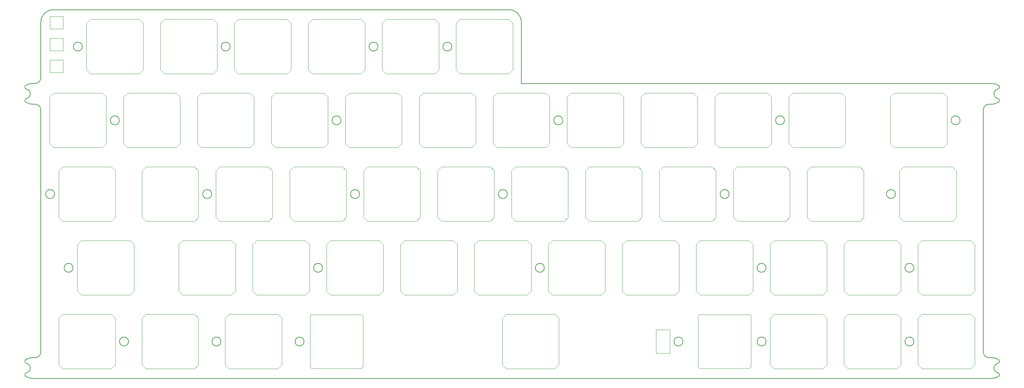
<source format=gbr>
%TF.GenerationSoftware,KiCad,Pcbnew,8.0.3*%
%TF.CreationDate,2024-08-17T23:00:18+02:00*%
%TF.ProjectId,V1 Hull 625u,56312048-756c-46c2-9036-3235752e6b69,rev?*%
%TF.SameCoordinates,Original*%
%TF.FileFunction,Profile,NP*%
%FSLAX46Y46*%
G04 Gerber Fmt 4.6, Leading zero omitted, Abs format (unit mm)*
G04 Created by KiCad (PCBNEW 8.0.3) date 2024-08-17 23:00:18*
%MOMM*%
%LPD*%
G01*
G04 APERTURE LIST*
%TA.AperFunction,Profile*%
%ADD10C,0.200000*%
%TD*%
%TA.AperFunction,Profile*%
%ADD11C,0.100000*%
%TD*%
%TA.AperFunction,Profile*%
%ADD12C,0.120000*%
%TD*%
G04 APERTURE END LIST*
D10*
X51156250Y-134937500D02*
G75*
G02*
X48856250Y-134937500I-1150000J0D01*
G01*
X48856250Y-134937500D02*
G75*
G02*
X51156250Y-134937500I1150000J0D01*
G01*
X74968750Y-134937500D02*
G75*
G02*
X72668750Y-134937500I-1150000J0D01*
G01*
X72668750Y-134937500D02*
G75*
G02*
X74968750Y-134937500I1150000J0D01*
G01*
X96400000Y-134937500D02*
G75*
G02*
X94100000Y-134937500I-1150000J0D01*
G01*
X94100000Y-134937500D02*
G75*
G02*
X96400000Y-134937500I1150000J0D01*
G01*
X194031250Y-134937500D02*
G75*
G02*
X191731250Y-134937500I-1150000J0D01*
G01*
X191731250Y-134937500D02*
G75*
G02*
X194031250Y-134937500I1150000J0D01*
G01*
X215462500Y-134937500D02*
G75*
G02*
X213162500Y-134937500I-1150000J0D01*
G01*
X213162500Y-134937500D02*
G75*
G02*
X215462500Y-134937500I1150000J0D01*
G01*
X253562500Y-134937500D02*
G75*
G02*
X251262500Y-134937500I-1150000J0D01*
G01*
X251262500Y-134937500D02*
G75*
G02*
X253562500Y-134937500I1150000J0D01*
G01*
X253562500Y-115887500D02*
G75*
G02*
X251262500Y-115887500I-1150000J0D01*
G01*
X251262500Y-115887500D02*
G75*
G02*
X253562500Y-115887500I1150000J0D01*
G01*
X215462500Y-115887500D02*
G75*
G02*
X213162500Y-115887500I-1150000J0D01*
G01*
X213162500Y-115887500D02*
G75*
G02*
X215462500Y-115887500I1150000J0D01*
G01*
X158312500Y-115887500D02*
G75*
G02*
X156012500Y-115887500I-1150000J0D01*
G01*
X156012500Y-115887500D02*
G75*
G02*
X158312500Y-115887500I1150000J0D01*
G01*
X101162500Y-115887500D02*
G75*
G02*
X98862500Y-115887500I-1150000J0D01*
G01*
X98862500Y-115887500D02*
G75*
G02*
X101162500Y-115887500I1150000J0D01*
G01*
X36868750Y-115887500D02*
G75*
G02*
X34568750Y-115887500I-1150000J0D01*
G01*
X34568750Y-115887500D02*
G75*
G02*
X36868750Y-115887500I1150000J0D01*
G01*
X32106250Y-96837500D02*
G75*
G02*
X29806250Y-96837500I-1150000J0D01*
G01*
X29806250Y-96837500D02*
G75*
G02*
X32106250Y-96837500I1150000J0D01*
G01*
X72587500Y-96837500D02*
G75*
G02*
X70287500Y-96837500I-1150000J0D01*
G01*
X70287500Y-96837500D02*
G75*
G02*
X72587500Y-96837500I1150000J0D01*
G01*
X110687500Y-96837500D02*
G75*
G02*
X108387500Y-96837500I-1150000J0D01*
G01*
X108387500Y-96837500D02*
G75*
G02*
X110687500Y-96837500I1150000J0D01*
G01*
X148787500Y-96837500D02*
G75*
G02*
X146487500Y-96837500I-1150000J0D01*
G01*
X146487500Y-96837500D02*
G75*
G02*
X148787500Y-96837500I1150000J0D01*
G01*
X205937500Y-96837500D02*
G75*
G02*
X203637500Y-96837500I-1150000J0D01*
G01*
X203637500Y-96837500D02*
G75*
G02*
X205937500Y-96837500I1150000J0D01*
G01*
X248800000Y-96837500D02*
G75*
G02*
X246500000Y-96837500I-1150000J0D01*
G01*
X246500000Y-96837500D02*
G75*
G02*
X248800000Y-96837500I1150000J0D01*
G01*
X265468750Y-77787500D02*
G75*
G02*
X263168750Y-77787500I-1150000J0D01*
G01*
X263168750Y-77787500D02*
G75*
G02*
X265468750Y-77787500I1150000J0D01*
G01*
X220225000Y-77787500D02*
G75*
G02*
X217925000Y-77787500I-1150000J0D01*
G01*
X217925000Y-77787500D02*
G75*
G02*
X220225000Y-77787500I1150000J0D01*
G01*
X163075000Y-77787500D02*
G75*
G02*
X160775000Y-77787500I-1150000J0D01*
G01*
X160775000Y-77787500D02*
G75*
G02*
X163075000Y-77787500I1150000J0D01*
G01*
X105925000Y-77787500D02*
G75*
G02*
X103625000Y-77787500I-1150000J0D01*
G01*
X103625000Y-77787500D02*
G75*
G02*
X105925000Y-77787500I1150000J0D01*
G01*
X48775000Y-77787500D02*
G75*
G02*
X46475000Y-77787500I-1150000J0D01*
G01*
X46475000Y-77787500D02*
G75*
G02*
X48775000Y-77787500I1150000J0D01*
G01*
X134500000Y-58737500D02*
G75*
G02*
X132200000Y-58737500I-1150000J0D01*
G01*
X132200000Y-58737500D02*
G75*
G02*
X134500000Y-58737500I1150000J0D01*
G01*
X115450000Y-58737500D02*
G75*
G02*
X113150000Y-58737500I-1150000J0D01*
G01*
X113150000Y-58737500D02*
G75*
G02*
X115450000Y-58737500I1150000J0D01*
G01*
X77350000Y-58737500D02*
G75*
G02*
X75050000Y-58737500I-1150000J0D01*
G01*
X75050000Y-58737500D02*
G75*
G02*
X77350000Y-58737500I1150000J0D01*
G01*
X39250000Y-58737500D02*
G75*
G02*
X36950000Y-58737500I-1150000J0D01*
G01*
X36950000Y-58737500D02*
G75*
G02*
X39250000Y-58737500I1150000J0D01*
G01*
X275429947Y-73048896D02*
G75*
G02*
X273787500Y-73612500I-1642447J2111396D01*
G01*
X26250000Y-73612500D02*
G75*
G02*
X24607553Y-73048896I0J2675000D01*
G01*
X28575000Y-52387500D02*
G75*
G02*
X31750000Y-49212500I3175000J0D01*
G01*
D11*
X30899001Y-50952301D02*
X34298999Y-50952301D01*
X34298999Y-54152701D01*
X30899001Y-54152701D01*
X30899001Y-50952301D01*
D10*
X31750000Y-49212500D02*
X149225000Y-49212500D01*
X272962500Y-73612500D02*
X273787500Y-73612500D01*
X27075000Y-73612500D02*
G75*
G02*
X28575000Y-75112500I0J-1500000D01*
G01*
X28575000Y-137612500D02*
G75*
G02*
X27075000Y-139112500I-1500000J0D01*
G01*
X28575000Y-66762500D02*
X28575000Y-52387500D01*
X273787500Y-68262500D02*
X152400000Y-68262500D01*
X24607553Y-73048896D02*
G75*
G02*
X24817536Y-72163741I306997J394656D01*
G01*
X26250000Y-144462500D02*
G75*
G02*
X24607553Y-143898896I0J2675000D01*
G01*
X26250000Y-73612500D02*
X27075000Y-73612500D01*
X275219963Y-143013745D02*
G75*
G02*
X275219963Y-140561255I242537J1226245D01*
G01*
X271462500Y-75112500D02*
G75*
G02*
X272962500Y-73612500I1500000J0D01*
G01*
X275219963Y-143013745D02*
G75*
G02*
X275429971Y-143898927I-97163J-490555D01*
G01*
X27075000Y-68262500D02*
X26250000Y-68262500D01*
X28575000Y-137612500D02*
X28575000Y-75112500D01*
D11*
X30900001Y-62204601D02*
X34299999Y-62204601D01*
X34299999Y-65405001D01*
X30900001Y-65405001D01*
X30900001Y-62204601D01*
D10*
X273787500Y-139112500D02*
X272962500Y-139112500D01*
X24607553Y-68826104D02*
G75*
G02*
X26250000Y-68262500I1642447J-2111396D01*
G01*
X275219963Y-72163745D02*
G75*
G02*
X275429914Y-73048854I-96963J-490455D01*
G01*
X273787500Y-68262500D02*
G75*
G02*
X275429947Y-68826104I0J-2675000D01*
G01*
D11*
X187123653Y-131867762D02*
X190715197Y-131867762D01*
X190715197Y-138012074D01*
X187123653Y-138012074D01*
X187123653Y-131867762D01*
D10*
X271462500Y-75112500D02*
X271462500Y-137612500D01*
X275429947Y-68826104D02*
G75*
G02*
X275219973Y-69711307I-306947J-394696D01*
G01*
X24607553Y-143898896D02*
G75*
G02*
X24817536Y-143013741I306997J394656D01*
G01*
X275219963Y-72163745D02*
G75*
G02*
X275219963Y-69711255I242537J1226245D01*
G01*
X24817537Y-69711255D02*
G75*
G02*
X24607612Y-68826179I97063J490455D01*
G01*
X24817537Y-69711255D02*
G75*
G02*
X24817537Y-72163745I-242537J-1226245D01*
G01*
X24607553Y-139676104D02*
G75*
G02*
X26250000Y-139112500I1642447J-2111396D01*
G01*
X275429947Y-139676104D02*
G75*
G02*
X275219965Y-140561266I-306847J-394696D01*
G01*
X149225000Y-49212500D02*
G75*
G02*
X152400000Y-52387500I-100J-3175100D01*
G01*
X28575000Y-66762500D02*
G75*
G02*
X27075000Y-68262500I-1500000J0D01*
G01*
X152400000Y-52387500D02*
X152400000Y-68262500D01*
X273787500Y-139112500D02*
G75*
G02*
X275429947Y-139676104I0J-2675000D01*
G01*
X24817537Y-140561255D02*
G75*
G02*
X24607612Y-139676179I97063J490455D01*
G01*
X275429947Y-143898896D02*
G75*
G02*
X273787500Y-144462500I-1642447J2111396D01*
G01*
X27075000Y-139112500D02*
X26250000Y-139112500D01*
D11*
X30899001Y-56584801D02*
X34298999Y-56584801D01*
X34298999Y-59785201D01*
X30899001Y-59785201D01*
X30899001Y-56584801D01*
D10*
X273787500Y-144462500D02*
X26250000Y-144462500D01*
X24817537Y-140561255D02*
G75*
G02*
X24817537Y-143013745I-242537J-1226245D01*
G01*
X272962500Y-139112500D02*
G75*
G02*
X271462500Y-137612500I0J1500000D01*
G01*
D12*
%TO.C,REF\u002A\u002A*%
X147481250Y-128937500D02*
X147481250Y-140937500D01*
X147481250Y-140937500D02*
X148481250Y-141937500D01*
X148481250Y-127937500D02*
X147481250Y-128937500D01*
X148481250Y-141937500D02*
X161081250Y-141937500D01*
X161081250Y-127937500D02*
X148481250Y-127937500D01*
X161081250Y-127937500D02*
X162081250Y-128937500D01*
X161081250Y-141937500D02*
X162081250Y-140937500D01*
X162081250Y-140937500D02*
X162081250Y-128937500D01*
X97974750Y-141387500D02*
X97974750Y-128487500D01*
X98474750Y-127987500D02*
X111074750Y-127987500D01*
X111074750Y-141887500D02*
X98474750Y-141887500D01*
X111574750Y-128487500D02*
X111574750Y-141387500D01*
X197987750Y-141387500D02*
X197987750Y-128487500D01*
X198487750Y-127987500D02*
X211087750Y-127987500D01*
X211087750Y-141887500D02*
X198487750Y-141887500D01*
X211587750Y-128487500D02*
X211587750Y-141387500D01*
X97974750Y-128487500D02*
G75*
G02*
X98474750Y-127987500I500001J-1D01*
G01*
X98474750Y-141887500D02*
G75*
G02*
X97974750Y-141387500I1J500001D01*
G01*
X111074750Y-127987500D02*
G75*
G02*
X111574750Y-128487500I-1J-500001D01*
G01*
X111574750Y-141387500D02*
G75*
G02*
X111074750Y-141887500I-500001J1D01*
G01*
X197987750Y-128487500D02*
G75*
G02*
X198487750Y-127987500I500000J0D01*
G01*
X198487750Y-141887500D02*
G75*
G02*
X197987750Y-141387500I0J500000D01*
G01*
X211087750Y-127987500D02*
G75*
G02*
X211587750Y-128487500I0J-500000D01*
G01*
X211587750Y-141387500D02*
G75*
G02*
X211087750Y-141887500I-500000J0D01*
G01*
X235587500Y-109887500D02*
X235587500Y-121887500D01*
X235587500Y-121887500D02*
X236587500Y-122887500D01*
X236587500Y-108887500D02*
X235587500Y-109887500D01*
X236587500Y-122887500D02*
X249187500Y-122887500D01*
X249187500Y-108887500D02*
X236587500Y-108887500D01*
X249187500Y-108887500D02*
X250187500Y-109887500D01*
X249187500Y-122887500D02*
X250187500Y-121887500D01*
X250187500Y-121887500D02*
X250187500Y-109887500D01*
X37943750Y-109887500D02*
X37943750Y-121887500D01*
X37943750Y-121887500D02*
X38943750Y-122887500D01*
X38943750Y-108887500D02*
X37943750Y-109887500D01*
X38943750Y-122887500D02*
X51543750Y-122887500D01*
X51543750Y-108887500D02*
X38943750Y-108887500D01*
X51543750Y-108887500D02*
X52543750Y-109887500D01*
X51543750Y-122887500D02*
X52543750Y-121887500D01*
X52543750Y-121887500D02*
X52543750Y-109887500D01*
X183200000Y-71787500D02*
X183200000Y-83787500D01*
X183200000Y-83787500D02*
X184200000Y-84787500D01*
X184200000Y-70787500D02*
X183200000Y-71787500D01*
X184200000Y-84787500D02*
X196800000Y-84787500D01*
X196800000Y-70787500D02*
X184200000Y-70787500D01*
X196800000Y-70787500D02*
X197800000Y-71787500D01*
X196800000Y-84787500D02*
X197800000Y-83787500D01*
X197800000Y-83787500D02*
X197800000Y-71787500D01*
X254637500Y-128937500D02*
X254637500Y-140937500D01*
X254637500Y-140937500D02*
X255637500Y-141937500D01*
X255637500Y-127937500D02*
X254637500Y-128937500D01*
X255637500Y-141937500D02*
X268237500Y-141937500D01*
X268237500Y-127937500D02*
X255637500Y-127937500D01*
X268237500Y-127937500D02*
X269237500Y-128937500D01*
X268237500Y-141937500D02*
X269237500Y-140937500D01*
X269237500Y-140937500D02*
X269237500Y-128937500D01*
X116525000Y-52737500D02*
X116525000Y-64737500D01*
X116525000Y-64737500D02*
X117525000Y-65737500D01*
X117525000Y-51737500D02*
X116525000Y-52737500D01*
X117525000Y-65737500D02*
X130125000Y-65737500D01*
X130125000Y-51737500D02*
X117525000Y-51737500D01*
X130125000Y-51737500D02*
X131125000Y-52737500D01*
X130125000Y-65737500D02*
X131125000Y-64737500D01*
X131125000Y-64737500D02*
X131125000Y-52737500D01*
X254637500Y-109887500D02*
X254637500Y-121887500D01*
X254637500Y-121887500D02*
X255637500Y-122887500D01*
X255637500Y-108887500D02*
X254637500Y-109887500D01*
X255637500Y-122887500D02*
X268237500Y-122887500D01*
X268237500Y-108887500D02*
X255637500Y-108887500D01*
X268237500Y-108887500D02*
X269237500Y-109887500D01*
X268237500Y-122887500D02*
X269237500Y-121887500D01*
X269237500Y-121887500D02*
X269237500Y-109887500D01*
X78425000Y-52737500D02*
X78425000Y-64737500D01*
X78425000Y-64737500D02*
X79425000Y-65737500D01*
X79425000Y-51737500D02*
X78425000Y-52737500D01*
X79425000Y-65737500D02*
X92025000Y-65737500D01*
X92025000Y-51737500D02*
X79425000Y-51737500D01*
X92025000Y-51737500D02*
X93025000Y-52737500D01*
X92025000Y-65737500D02*
X93025000Y-64737500D01*
X93025000Y-64737500D02*
X93025000Y-52737500D01*
X216537500Y-109887500D02*
X216537500Y-121887500D01*
X216537500Y-121887500D02*
X217537500Y-122887500D01*
X217537500Y-108887500D02*
X216537500Y-109887500D01*
X217537500Y-122887500D02*
X230137500Y-122887500D01*
X230137500Y-108887500D02*
X217537500Y-108887500D01*
X230137500Y-108887500D02*
X231137500Y-109887500D01*
X230137500Y-122887500D02*
X231137500Y-121887500D01*
X231137500Y-121887500D02*
X231137500Y-109887500D01*
X226062500Y-90837500D02*
X226062500Y-102837500D01*
X226062500Y-102837500D02*
X227062500Y-103837500D01*
X227062500Y-89837500D02*
X226062500Y-90837500D01*
X227062500Y-103837500D02*
X239662500Y-103837500D01*
X239662500Y-89837500D02*
X227062500Y-89837500D01*
X239662500Y-89837500D02*
X240662500Y-90837500D01*
X239662500Y-103837500D02*
X240662500Y-102837500D01*
X240662500Y-102837500D02*
X240662500Y-90837500D01*
X54612500Y-90837500D02*
X54612500Y-102837500D01*
X54612500Y-102837500D02*
X55612500Y-103837500D01*
X55612500Y-89837500D02*
X54612500Y-90837500D01*
X55612500Y-103837500D02*
X68212500Y-103837500D01*
X68212500Y-89837500D02*
X55612500Y-89837500D01*
X68212500Y-89837500D02*
X69212500Y-90837500D01*
X68212500Y-103837500D02*
X69212500Y-102837500D01*
X69212500Y-102837500D02*
X69212500Y-90837500D01*
X235587500Y-128937500D02*
X235587500Y-140937500D01*
X235587500Y-140937500D02*
X236587500Y-141937500D01*
X236587500Y-127937500D02*
X235587500Y-128937500D01*
X236587500Y-141937500D02*
X249187500Y-141937500D01*
X249187500Y-127937500D02*
X236587500Y-127937500D01*
X249187500Y-127937500D02*
X250187500Y-128937500D01*
X249187500Y-141937500D02*
X250187500Y-140937500D01*
X250187500Y-140937500D02*
X250187500Y-128937500D01*
X87950000Y-71787500D02*
X87950000Y-83787500D01*
X87950000Y-83787500D02*
X88950000Y-84787500D01*
X88950000Y-70787500D02*
X87950000Y-71787500D01*
X88950000Y-84787500D02*
X101550000Y-84787500D01*
X101550000Y-70787500D02*
X88950000Y-70787500D01*
X101550000Y-70787500D02*
X102550000Y-71787500D01*
X101550000Y-84787500D02*
X102550000Y-83787500D01*
X102550000Y-83787500D02*
X102550000Y-71787500D01*
X149862500Y-90837500D02*
X149862500Y-102837500D01*
X149862500Y-102837500D02*
X150862500Y-103837500D01*
X150862500Y-89837500D02*
X149862500Y-90837500D01*
X150862500Y-103837500D02*
X163462500Y-103837500D01*
X163462500Y-89837500D02*
X150862500Y-89837500D01*
X163462500Y-89837500D02*
X164462500Y-90837500D01*
X163462500Y-103837500D02*
X164462500Y-102837500D01*
X164462500Y-102837500D02*
X164462500Y-90837500D01*
X102237500Y-109887500D02*
X102237500Y-121887500D01*
X102237500Y-121887500D02*
X103237500Y-122887500D01*
X103237500Y-108887500D02*
X102237500Y-109887500D01*
X103237500Y-122887500D02*
X115837500Y-122887500D01*
X115837500Y-108887500D02*
X103237500Y-108887500D01*
X115837500Y-108887500D02*
X116837500Y-109887500D01*
X115837500Y-122887500D02*
X116837500Y-121887500D01*
X116837500Y-121887500D02*
X116837500Y-109887500D01*
X168912500Y-90837500D02*
X168912500Y-102837500D01*
X168912500Y-102837500D02*
X169912500Y-103837500D01*
X169912500Y-89837500D02*
X168912500Y-90837500D01*
X169912500Y-103837500D02*
X182512500Y-103837500D01*
X182512500Y-89837500D02*
X169912500Y-89837500D01*
X182512500Y-89837500D02*
X183512500Y-90837500D01*
X182512500Y-103837500D02*
X183512500Y-102837500D01*
X183512500Y-102837500D02*
X183512500Y-90837500D01*
X68900000Y-71787500D02*
X68900000Y-83787500D01*
X68900000Y-83787500D02*
X69900000Y-84787500D01*
X69900000Y-70787500D02*
X68900000Y-71787500D01*
X69900000Y-84787500D02*
X82500000Y-84787500D01*
X82500000Y-70787500D02*
X69900000Y-70787500D01*
X82500000Y-70787500D02*
X83500000Y-71787500D01*
X82500000Y-84787500D02*
X83500000Y-83787500D01*
X83500000Y-83787500D02*
X83500000Y-71787500D01*
X59375000Y-52737500D02*
X59375000Y-64737500D01*
X59375000Y-64737500D02*
X60375000Y-65737500D01*
X60375000Y-51737500D02*
X59375000Y-52737500D01*
X60375000Y-65737500D02*
X72975000Y-65737500D01*
X72975000Y-51737500D02*
X60375000Y-51737500D01*
X72975000Y-51737500D02*
X73975000Y-52737500D01*
X72975000Y-65737500D02*
X73975000Y-64737500D01*
X73975000Y-64737500D02*
X73975000Y-52737500D01*
X121287500Y-109887500D02*
X121287500Y-121887500D01*
X121287500Y-121887500D02*
X122287500Y-122887500D01*
X122287500Y-108887500D02*
X121287500Y-109887500D01*
X122287500Y-122887500D02*
X134887500Y-122887500D01*
X134887500Y-108887500D02*
X122287500Y-108887500D01*
X134887500Y-108887500D02*
X135887500Y-109887500D01*
X134887500Y-122887500D02*
X135887500Y-121887500D01*
X135887500Y-121887500D02*
X135887500Y-109887500D01*
X33181250Y-128937500D02*
X33181250Y-140937500D01*
X33181250Y-140937500D02*
X34181250Y-141937500D01*
X34181250Y-127937500D02*
X33181250Y-128937500D01*
X34181250Y-141937500D02*
X46781250Y-141937500D01*
X46781250Y-127937500D02*
X34181250Y-127937500D01*
X46781250Y-127937500D02*
X47781250Y-128937500D01*
X46781250Y-141937500D02*
X47781250Y-140937500D01*
X47781250Y-140937500D02*
X47781250Y-128937500D01*
X49850000Y-71787500D02*
X49850000Y-83787500D01*
X49850000Y-83787500D02*
X50850000Y-84787500D01*
X50850000Y-70787500D02*
X49850000Y-71787500D01*
X50850000Y-84787500D02*
X63450000Y-84787500D01*
X63450000Y-70787500D02*
X50850000Y-70787500D01*
X63450000Y-70787500D02*
X64450000Y-71787500D01*
X63450000Y-84787500D02*
X64450000Y-83787500D01*
X64450000Y-83787500D02*
X64450000Y-71787500D01*
X40325000Y-52737500D02*
X40325000Y-64737500D01*
X40325000Y-64737500D02*
X41325000Y-65737500D01*
X41325000Y-51737500D02*
X40325000Y-52737500D01*
X41325000Y-65737500D02*
X53925000Y-65737500D01*
X53925000Y-51737500D02*
X41325000Y-51737500D01*
X53925000Y-51737500D02*
X54925000Y-52737500D01*
X53925000Y-65737500D02*
X54925000Y-64737500D01*
X54925000Y-64737500D02*
X54925000Y-52737500D01*
X33181250Y-90837500D02*
X33181250Y-102837500D01*
X33181250Y-102837500D02*
X34181250Y-103837500D01*
X34181250Y-89837500D02*
X33181250Y-90837500D01*
X34181250Y-103837500D02*
X46781250Y-103837500D01*
X46781250Y-89837500D02*
X34181250Y-89837500D01*
X46781250Y-89837500D02*
X47781250Y-90837500D01*
X46781250Y-103837500D02*
X47781250Y-102837500D01*
X47781250Y-102837500D02*
X47781250Y-90837500D01*
X164150000Y-71787500D02*
X164150000Y-83787500D01*
X164150000Y-83787500D02*
X165150000Y-84787500D01*
X165150000Y-70787500D02*
X164150000Y-71787500D01*
X165150000Y-84787500D02*
X177750000Y-84787500D01*
X177750000Y-70787500D02*
X165150000Y-70787500D01*
X177750000Y-70787500D02*
X178750000Y-71787500D01*
X177750000Y-84787500D02*
X178750000Y-83787500D01*
X178750000Y-83787500D02*
X178750000Y-71787500D01*
X92712500Y-90837500D02*
X92712500Y-102837500D01*
X92712500Y-102837500D02*
X93712500Y-103837500D01*
X93712500Y-89837500D02*
X92712500Y-90837500D01*
X93712500Y-103837500D02*
X106312500Y-103837500D01*
X106312500Y-89837500D02*
X93712500Y-89837500D01*
X106312500Y-89837500D02*
X107312500Y-90837500D01*
X106312500Y-103837500D02*
X107312500Y-102837500D01*
X107312500Y-102837500D02*
X107312500Y-90837500D01*
X107000000Y-71787500D02*
X107000000Y-83787500D01*
X107000000Y-83787500D02*
X108000000Y-84787500D01*
X108000000Y-70787500D02*
X107000000Y-71787500D01*
X108000000Y-84787500D02*
X120600000Y-84787500D01*
X120600000Y-70787500D02*
X108000000Y-70787500D01*
X120600000Y-70787500D02*
X121600000Y-71787500D01*
X120600000Y-84787500D02*
X121600000Y-83787500D01*
X121600000Y-83787500D02*
X121600000Y-71787500D01*
X197487500Y-109887500D02*
X197487500Y-121887500D01*
X197487500Y-121887500D02*
X198487500Y-122887500D01*
X198487500Y-108887500D02*
X197487500Y-109887500D01*
X198487500Y-122887500D02*
X211087500Y-122887500D01*
X211087500Y-108887500D02*
X198487500Y-108887500D01*
X211087500Y-108887500D02*
X212087500Y-109887500D01*
X211087500Y-122887500D02*
X212087500Y-121887500D01*
X212087500Y-121887500D02*
X212087500Y-109887500D01*
X73662500Y-90837500D02*
X73662500Y-102837500D01*
X73662500Y-102837500D02*
X74662500Y-103837500D01*
X74662500Y-89837500D02*
X73662500Y-90837500D01*
X74662500Y-103837500D02*
X87262500Y-103837500D01*
X87262500Y-89837500D02*
X74662500Y-89837500D01*
X87262500Y-89837500D02*
X88262500Y-90837500D01*
X87262500Y-103837500D02*
X88262500Y-102837500D01*
X88262500Y-102837500D02*
X88262500Y-90837500D01*
X76043750Y-128937500D02*
X76043750Y-140937500D01*
X76043750Y-140937500D02*
X77043750Y-141937500D01*
X77043750Y-127937500D02*
X76043750Y-128937500D01*
X77043750Y-141937500D02*
X89643750Y-141937500D01*
X89643750Y-127937500D02*
X77043750Y-127937500D01*
X89643750Y-127937500D02*
X90643750Y-128937500D01*
X89643750Y-141937500D02*
X90643750Y-140937500D01*
X90643750Y-140937500D02*
X90643750Y-128937500D01*
X207012500Y-90837500D02*
X207012500Y-102837500D01*
X207012500Y-102837500D02*
X208012500Y-103837500D01*
X208012500Y-89837500D02*
X207012500Y-90837500D01*
X208012500Y-103837500D02*
X220612500Y-103837500D01*
X220612500Y-89837500D02*
X208012500Y-89837500D01*
X220612500Y-89837500D02*
X221612500Y-90837500D01*
X220612500Y-103837500D02*
X221612500Y-102837500D01*
X221612500Y-102837500D02*
X221612500Y-90837500D01*
X30800000Y-71787500D02*
X30800000Y-83787500D01*
X30800000Y-83787500D02*
X31800000Y-84787500D01*
X31800000Y-70787500D02*
X30800000Y-71787500D01*
X31800000Y-84787500D02*
X44400000Y-84787500D01*
X44400000Y-70787500D02*
X31800000Y-70787500D01*
X44400000Y-70787500D02*
X45400000Y-71787500D01*
X44400000Y-84787500D02*
X45400000Y-83787500D01*
X45400000Y-83787500D02*
X45400000Y-71787500D01*
X130812500Y-90837500D02*
X130812500Y-102837500D01*
X130812500Y-102837500D02*
X131812500Y-103837500D01*
X131812500Y-89837500D02*
X130812500Y-90837500D01*
X131812500Y-103837500D02*
X144412500Y-103837500D01*
X144412500Y-89837500D02*
X131812500Y-89837500D01*
X144412500Y-89837500D02*
X145412500Y-90837500D01*
X144412500Y-103837500D02*
X145412500Y-102837500D01*
X145412500Y-102837500D02*
X145412500Y-90837500D01*
X247493750Y-71787500D02*
X247493750Y-83787500D01*
X247493750Y-83787500D02*
X248493750Y-84787500D01*
X248493750Y-70787500D02*
X247493750Y-71787500D01*
X248493750Y-84787500D02*
X261093750Y-84787500D01*
X261093750Y-70787500D02*
X248493750Y-70787500D01*
X261093750Y-70787500D02*
X262093750Y-71787500D01*
X261093750Y-84787500D02*
X262093750Y-83787500D01*
X262093750Y-83787500D02*
X262093750Y-71787500D01*
X216537500Y-128937500D02*
X216537500Y-140937500D01*
X216537500Y-140937500D02*
X217537500Y-141937500D01*
X217537500Y-127937500D02*
X216537500Y-128937500D01*
X217537500Y-141937500D02*
X230137500Y-141937500D01*
X230137500Y-127937500D02*
X217537500Y-127937500D01*
X230137500Y-127937500D02*
X231137500Y-128937500D01*
X230137500Y-141937500D02*
X231137500Y-140937500D01*
X231137500Y-140937500D02*
X231137500Y-128937500D01*
X202250000Y-71787500D02*
X202250000Y-83787500D01*
X202250000Y-83787500D02*
X203250000Y-84787500D01*
X203250000Y-70787500D02*
X202250000Y-71787500D01*
X203250000Y-84787500D02*
X215850000Y-84787500D01*
X215850000Y-70787500D02*
X203250000Y-70787500D01*
X215850000Y-70787500D02*
X216850000Y-71787500D01*
X215850000Y-84787500D02*
X216850000Y-83787500D01*
X216850000Y-83787500D02*
X216850000Y-71787500D01*
X187962500Y-90837500D02*
X187962500Y-102837500D01*
X187962500Y-102837500D02*
X188962500Y-103837500D01*
X188962500Y-89837500D02*
X187962500Y-90837500D01*
X188962500Y-103837500D02*
X201562500Y-103837500D01*
X201562500Y-89837500D02*
X188962500Y-89837500D01*
X201562500Y-89837500D02*
X202562500Y-90837500D01*
X201562500Y-103837500D02*
X202562500Y-102837500D01*
X202562500Y-102837500D02*
X202562500Y-90837500D01*
X178437500Y-109887500D02*
X178437500Y-121887500D01*
X178437500Y-121887500D02*
X179437500Y-122887500D01*
X179437500Y-108887500D02*
X178437500Y-109887500D01*
X179437500Y-122887500D02*
X192037500Y-122887500D01*
X192037500Y-108887500D02*
X179437500Y-108887500D01*
X192037500Y-108887500D02*
X193037500Y-109887500D01*
X192037500Y-122887500D02*
X193037500Y-121887500D01*
X193037500Y-121887500D02*
X193037500Y-109887500D01*
X54612500Y-128937500D02*
X54612500Y-140937500D01*
X54612500Y-140937500D02*
X55612500Y-141937500D01*
X55612500Y-127937500D02*
X54612500Y-128937500D01*
X55612500Y-141937500D02*
X68212500Y-141937500D01*
X68212500Y-127937500D02*
X55612500Y-127937500D01*
X68212500Y-127937500D02*
X69212500Y-128937500D01*
X68212500Y-141937500D02*
X69212500Y-140937500D01*
X69212500Y-140937500D02*
X69212500Y-128937500D01*
X140337500Y-109887500D02*
X140337500Y-121887500D01*
X140337500Y-121887500D02*
X141337500Y-122887500D01*
X141337500Y-108887500D02*
X140337500Y-109887500D01*
X141337500Y-122887500D02*
X153937500Y-122887500D01*
X153937500Y-108887500D02*
X141337500Y-108887500D01*
X153937500Y-108887500D02*
X154937500Y-109887500D01*
X153937500Y-122887500D02*
X154937500Y-121887500D01*
X154937500Y-121887500D02*
X154937500Y-109887500D01*
X111762500Y-90837500D02*
X111762500Y-102837500D01*
X111762500Y-102837500D02*
X112762500Y-103837500D01*
X112762500Y-89837500D02*
X111762500Y-90837500D01*
X112762500Y-103837500D02*
X125362500Y-103837500D01*
X125362500Y-89837500D02*
X112762500Y-89837500D01*
X125362500Y-89837500D02*
X126362500Y-90837500D01*
X125362500Y-103837500D02*
X126362500Y-102837500D01*
X126362500Y-102837500D02*
X126362500Y-90837500D01*
X145100000Y-71787500D02*
X145100000Y-83787500D01*
X145100000Y-83787500D02*
X146100000Y-84787500D01*
X146100000Y-70787500D02*
X145100000Y-71787500D01*
X146100000Y-84787500D02*
X158700000Y-84787500D01*
X158700000Y-70787500D02*
X146100000Y-70787500D01*
X158700000Y-70787500D02*
X159700000Y-71787500D01*
X158700000Y-84787500D02*
X159700000Y-83787500D01*
X159700000Y-83787500D02*
X159700000Y-71787500D01*
X83187500Y-109887500D02*
X83187500Y-121887500D01*
X83187500Y-121887500D02*
X84187500Y-122887500D01*
X84187500Y-108887500D02*
X83187500Y-109887500D01*
X84187500Y-122887500D02*
X96787500Y-122887500D01*
X96787500Y-108887500D02*
X84187500Y-108887500D01*
X96787500Y-108887500D02*
X97787500Y-109887500D01*
X96787500Y-122887500D02*
X97787500Y-121887500D01*
X97787500Y-121887500D02*
X97787500Y-109887500D01*
X249875000Y-90837500D02*
X249875000Y-102837500D01*
X249875000Y-102837500D02*
X250875000Y-103837500D01*
X250875000Y-89837500D02*
X249875000Y-90837500D01*
X250875000Y-103837500D02*
X263475000Y-103837500D01*
X263475000Y-89837500D02*
X250875000Y-89837500D01*
X263475000Y-89837500D02*
X264475000Y-90837500D01*
X263475000Y-103837500D02*
X264475000Y-102837500D01*
X264475000Y-102837500D02*
X264475000Y-90837500D01*
X159387500Y-109887500D02*
X159387500Y-121887500D01*
X159387500Y-121887500D02*
X160387500Y-122887500D01*
X160387500Y-108887500D02*
X159387500Y-109887500D01*
X160387500Y-122887500D02*
X172987500Y-122887500D01*
X172987500Y-108887500D02*
X160387500Y-108887500D01*
X172987500Y-108887500D02*
X173987500Y-109887500D01*
X172987500Y-122887500D02*
X173987500Y-121887500D01*
X173987500Y-121887500D02*
X173987500Y-109887500D01*
X97475000Y-52737500D02*
X97475000Y-64737500D01*
X97475000Y-64737500D02*
X98475000Y-65737500D01*
X98475000Y-51737500D02*
X97475000Y-52737500D01*
X98475000Y-65737500D02*
X111075000Y-65737500D01*
X111075000Y-51737500D02*
X98475000Y-51737500D01*
X111075000Y-51737500D02*
X112075000Y-52737500D01*
X111075000Y-65737500D02*
X112075000Y-64737500D01*
X112075000Y-64737500D02*
X112075000Y-52737500D01*
X126050000Y-71787500D02*
X126050000Y-83787500D01*
X126050000Y-83787500D02*
X127050000Y-84787500D01*
X127050000Y-70787500D02*
X126050000Y-71787500D01*
X127050000Y-84787500D02*
X139650000Y-84787500D01*
X139650000Y-70787500D02*
X127050000Y-70787500D01*
X139650000Y-70787500D02*
X140650000Y-71787500D01*
X139650000Y-84787500D02*
X140650000Y-83787500D01*
X140650000Y-83787500D02*
X140650000Y-71787500D01*
X221300000Y-71787500D02*
X221300000Y-83787500D01*
X221300000Y-83787500D02*
X222300000Y-84787500D01*
X222300000Y-70787500D02*
X221300000Y-71787500D01*
X222300000Y-84787500D02*
X234900000Y-84787500D01*
X234900000Y-70787500D02*
X222300000Y-70787500D01*
X234900000Y-70787500D02*
X235900000Y-71787500D01*
X234900000Y-84787500D02*
X235900000Y-83787500D01*
X235900000Y-83787500D02*
X235900000Y-71787500D01*
X64137500Y-109887500D02*
X64137500Y-121887500D01*
X64137500Y-121887500D02*
X65137500Y-122887500D01*
X65137500Y-108887500D02*
X64137500Y-109887500D01*
X65137500Y-122887500D02*
X77737500Y-122887500D01*
X77737500Y-108887500D02*
X65137500Y-108887500D01*
X77737500Y-108887500D02*
X78737500Y-109887500D01*
X77737500Y-122887500D02*
X78737500Y-121887500D01*
X78737500Y-121887500D02*
X78737500Y-109887500D01*
X135575000Y-52737500D02*
X135575000Y-64737500D01*
X135575000Y-64737500D02*
X136575000Y-65737500D01*
X136575000Y-51737500D02*
X135575000Y-52737500D01*
X136575000Y-65737500D02*
X149175000Y-65737500D01*
X149175000Y-51737500D02*
X136575000Y-51737500D01*
X149175000Y-51737500D02*
X150175000Y-52737500D01*
X149175000Y-65737500D02*
X150175000Y-64737500D01*
X150175000Y-64737500D02*
X150175000Y-52737500D01*
%TD*%
M02*

</source>
